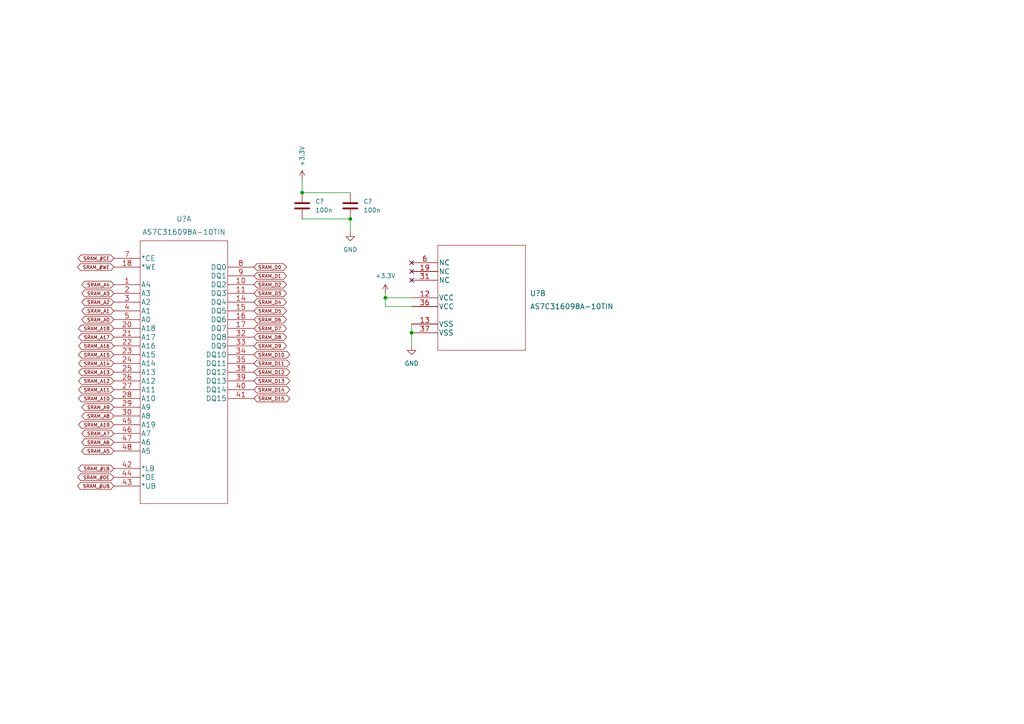
<source format=kicad_sch>
(kicad_sch (version 20211123) (generator eeschema)
  (paper "A4")
  (lib_symbols
    (symbol "Device:C" (pin_numbers hide) (pin_names (offset 0.254))
      (property "Reference" "C" (at 0.635 2.54 0))
      (property "Value" "C" (at 0.635 -2.54 0))
      (symbol "C_0_1"
        (polyline (pts (xy -2.032 -0.762) (xy 2.032 -0.762)) (stroke (width 0.508)))
        (polyline (pts (xy -2.032 0.762) (xy 2.032 0.762)) (stroke (width 0.508)))
      )
      (symbol "C_1_1"
        (pin passive line (at 0 3.81 270) (length 2.794) (name "~") (number "1"))
        (pin passive line (at 0 -3.81 90) (length 2.794) (name "~") (number "2"))
      )
    )
    (symbol "power:+3.3V" (power) (pin_names (offset 0))
      (property "Value" "+3.3V" (at 0 3.556 0))
      (symbol "+3.3V_0_1"
        (polyline (pts (xy -0.762 1.27) (xy 0 2.54)))
        (polyline (pts (xy 0 0) (xy 0 2.54)))
        (polyline (pts (xy 0 2.54) (xy 0.762 1.27)))
      )
      (symbol "+3.3V_1_1"
        (pin power_in line (at 0 0 90) (length 0) hide (name "+3.3V") (number "1"))
      )
    )
    (symbol "power:GND" (power) (pin_names (offset 0))
      (property "Value" "GND" (at 0 -3.81 0))
      (symbol "GND_0_1"
        (polyline (pts (xy 0 0) (xy 0 -1.27) (xy 1.27 -1.27) (xy 0 -2.54) (xy -1.27 -1.27) (xy 0 -1.27)))
      )
      (symbol "GND_1_1"
        (pin power_in line (at 0 0 270) (length 0) hide (name "GND") (number "1"))
      )
    )
    (symbol "sram:AS7C316098A-10TIN" (pin_names (offset 0.254))
      (property "Reference" "U" (at 20.32 10.16 0))
      (property "Value" "AS7C316098A-10TIN" (at 20.32 7.62 0))
      (symbol "AS7C316098A-10TIN_1_1"
        (polyline (pts (xy 7.62 -71.12) (xy 33.02 -71.12)) (stroke (width 0.127)))
        (polyline (pts (xy 7.62 5.08) (xy 7.62 -71.12)) (stroke (width 0.127)))
        (polyline (pts (xy 33.02 -71.12) (xy 33.02 5.08)) (stroke (width 0.127)))
        (polyline (pts (xy 33.02 5.08) (xy 7.62 5.08)) (stroke (width 0.127)))
        (pin input line (at 0 -7.62 0) (length 7.62) (name "A4") (number "1"))
        (pin bidirectional line (at 40.64 -7.62 180) (length 7.62) (name "DQ2") (number "10"))
        (pin bidirectional line (at 40.64 -10.16 180) (length 7.62) (name "DQ3") (number "11"))
        (pin bidirectional line (at 40.64 -12.7 180) (length 7.62) (name "DQ4") (number "14"))
        (pin bidirectional line (at 40.64 -15.24 180) (length 7.62) (name "DQ5") (number "15"))
        (pin bidirectional line (at 40.64 -17.78 180) (length 7.62) (name "DQ6") (number "16"))
        (pin bidirectional line (at 40.64 -20.32 180) (length 7.62) (name "DQ7") (number "17"))
        (pin input line (at 0 -2.54 0) (length 7.62) (name "*WE") (number "18"))
        (pin input line (at 0 -10.16 0) (length 7.62) (name "A3") (number "2"))
        (pin input line (at 0 -20.32 0) (length 7.62) (name "A18") (number "20"))
        (pin input line (at 0 -22.86 0) (length 7.62) (name "A17") (number "21"))
        (pin input line (at 0 -25.4 0) (length 7.62) (name "A16") (number "22"))
        (pin input line (at 0 -27.94 0) (length 7.62) (name "A15") (number "23"))
        (pin input line (at 0 -30.48 0) (length 7.62) (name "A14") (number "24"))
        (pin input line (at 0 -33.02 0) (length 7.62) (name "A13") (number "25"))
        (pin input line (at 0 -35.56 0) (length 7.62) (name "A12") (number "26"))
        (pin input line (at 0 -38.1 0) (length 7.62) (name "A11") (number "27"))
        (pin input line (at 0 -40.64 0) (length 7.62) (name "A10") (number "28"))
        (pin input line (at 0 -43.18 0) (length 7.62) (name "A9") (number "29"))
        (pin input line (at 0 -12.7 0) (length 7.62) (name "A2") (number "3"))
        (pin input line (at 0 -45.72 0) (length 7.62) (name "A8") (number "30"))
        (pin bidirectional line (at 40.64 -22.86 180) (length 7.62) (name "DQ8") (number "32"))
        (pin bidirectional line (at 40.64 -25.4 180) (length 7.62) (name "DQ9") (number "33"))
        (pin bidirectional line (at 40.64 -27.94 180) (length 7.62) (name "DQ10") (number "34"))
        (pin bidirectional line (at 40.64 -30.48 180) (length 7.62) (name "DQ11") (number "35"))
        (pin bidirectional line (at 40.64 -33.02 180) (length 7.62) (name "DQ12") (number "38"))
        (pin bidirectional line (at 40.64 -35.56 180) (length 7.62) (name "DQ13") (number "39"))
        (pin input line (at 0 -15.24 0) (length 7.62) (name "A1") (number "4"))
        (pin bidirectional line (at 40.64 -38.1 180) (length 7.62) (name "DQ14") (number "40"))
        (pin bidirectional line (at 40.64 -40.64 180) (length 7.62) (name "DQ15") (number "41"))
        (pin unspecified line (at 0 -60.96 0) (length 7.62) (name "*LB") (number "42"))
        (pin unspecified line (at 0 -66.04 0) (length 7.62) (name "*UB") (number "43"))
        (pin bidirectional line (at 0 -63.5 0) (length 7.62) (name "*OE") (number "44"))
        (pin input line (at 0 -48.26 0) (length 7.62) (name "A19") (number "45"))
        (pin input line (at 0 -50.8 0) (length 7.62) (name "A7") (number "46"))
        (pin input line (at 0 -53.34 0) (length 7.62) (name "A6") (number "47"))
        (pin input line (at 0 -55.88 0) (length 7.62) (name "A5") (number "48"))
        (pin input line (at 0 -17.78 0) (length 7.62) (name "A0") (number "5"))
        (pin input line (at 0 0 0) (length 7.62) (name "*CE") (number "7"))
        (pin bidirectional line (at 40.64 -2.54 180) (length 7.62) (name "DQ0") (number "8"))
        (pin bidirectional line (at 40.64 -5.08 180) (length 7.62) (name "DQ1") (number "9"))
      )
      (symbol "AS7C316098A-10TIN_2_1"
        (polyline (pts (xy 7.62 -25.4) (xy 33.02 -25.4)) (stroke (width 0.127)))
        (polyline (pts (xy 7.62 5.08) (xy 7.62 -25.4)) (stroke (width 0.127)))
        (polyline (pts (xy 33.02 -25.4) (xy 33.02 5.08)) (stroke (width 0.127)))
        (polyline (pts (xy 33.02 5.08) (xy 7.62 5.08)) (stroke (width 0.127)))
        (pin power_in line (at 0 -10.16 0) (length 7.62) (name "VCC") (number "12"))
        (pin power_in line (at 0 -17.78 0) (length 7.62) (name "VSS") (number "13"))
        (pin no_connect line (at 0 -2.54 0) (length 7.62) (name "NC") (number "19"))
        (pin no_connect line (at 0 -5.08 0) (length 7.62) (name "NC") (number "31"))
        (pin power_in line (at 0 -12.7 0) (length 7.62) (name "VCC") (number "36"))
        (pin power_in line (at 0 -20.32 0) (length 7.62) (name "VSS") (number "37"))
        (pin no_connect line (at 0 0 0) (length 7.62) (name "NC") (number "6"))
      )
    )
  )
  (junction (at 111.76 86.36))
  (junction (at 101.6 63.5))
  (junction (at 87.63 55.88))
  (junction (at 119.38 96.52))
  (no_connect (at 119.38 76.2))
  (no_connect (at 119.38 78.74))
  (no_connect (at 119.38 81.28))
  (wire (pts (xy 87.63 52.07) (xy 87.63 55.88)))
  (wire (pts (xy 111.76 86.36) (xy 111.76 85.09)))
  (wire (pts (xy 119.38 88.9) (xy 111.76 88.9)))
  (wire (pts (xy 87.63 55.88) (xy 101.6 55.88)))
  (wire (pts (xy 119.38 96.52) (xy 119.38 100.33)))
  (wire (pts (xy 111.76 88.9) (xy 111.76 86.36)))
  (wire (pts (xy 87.63 63.5) (xy 101.6 63.5)))
  (wire (pts (xy 101.6 63.5) (xy 101.6 67.31)))
  (wire (pts (xy 119.38 86.36) (xy 111.76 86.36)))
  (wire (pts (xy 119.38 93.98) (xy 119.38 96.52)))
  (global_label "SRAM_D5" (shape bidirectional) (at 73.66 90.17 0) (effects (font (size 1 1))) (property "Intersheet References" "${INTERSHEET_REFS}" (effects hide)))
  (global_label "SRAM_A14" (shape bidirectional) (at 33.02 105.41 180) (effects (font (size 1 1))) (property "Intersheet References" "${INTERSHEET_REFS}" (effects hide)))
  (global_label "SRAM_D12" (shape bidirectional) (at 73.66 107.95 0) (effects (font (size 1 1))) (property "Intersheet References" "${INTERSHEET_REFS}" (effects hide)))
  (global_label "SRAM_A11" (shape bidirectional) (at 33.02 113.03 180) (effects (font (size 1 1))) (property "Intersheet References" "${INTERSHEET_REFS}" (effects hide)))
  (global_label "SRAM_D13" (shape bidirectional) (at 73.66 110.49 0) (effects (font (size 1 1))) (property "Intersheet References" "${INTERSHEET_REFS}" (effects hide)))
  (global_label "SRAM_A3" (shape bidirectional) (at 33.02 85.09 180) (effects (font (size 1 1))) (property "Intersheet References" "${INTERSHEET_REFS}" (effects hide)))
  (global_label "SRAM_#UB" (shape bidirectional) (at 33.02 140.97 180) (effects (font (size 1 1))) (property "Intersheet References" "${INTERSHEET_REFS}" (effects hide)))
  (global_label "SRAM_D8" (shape bidirectional) (at 73.66 97.79 0) (effects (font (size 1 1))) (property "Intersheet References" "${INTERSHEET_REFS}" (effects hide)))
  (global_label "SRAM_D4" (shape bidirectional) (at 73.66 87.63 0) (effects (font (size 1 1))) (property "Intersheet References" "${INTERSHEET_REFS}" (effects hide)))
  (global_label "SRAM_D14" (shape bidirectional) (at 73.66 113.03 0) (effects (font (size 1 1))) (property "Intersheet References" "${INTERSHEET_REFS}" (effects hide)))
  (global_label "SRAM_A4" (shape bidirectional) (at 33.02 82.55 180) (effects (font (size 1 1))) (property "Intersheet References" "${INTERSHEET_REFS}" (effects hide)))
  (global_label "SRAM_A15" (shape bidirectional) (at 33.02 102.87 180) (effects (font (size 1 1))) (property "Intersheet References" "${INTERSHEET_REFS}" (effects hide)))
  (global_label "SRAM_D6" (shape bidirectional) (at 73.66 92.71 0) (effects (font (size 1 1))) (property "Intersheet References" "${INTERSHEET_REFS}" (effects hide)))
  (global_label "SRAM_A7" (shape bidirectional) (at 33.02 125.73 180) (effects (font (size 1 1))) (property "Intersheet References" "${INTERSHEET_REFS}" (effects hide)))
  (global_label "SRAM_D1" (shape bidirectional) (at 73.66 80.01 0) (effects (font (size 1 1))) (property "Intersheet References" "${INTERSHEET_REFS}" (effects hide)))
  (global_label "SRAM_A16" (shape bidirectional) (at 33.02 100.33 180) (effects (font (size 1 1))) (property "Intersheet References" "${INTERSHEET_REFS}" (effects hide)))
  (global_label "SRAM_D3" (shape bidirectional) (at 73.66 85.09 0) (effects (font (size 1 1))) (property "Intersheet References" "${INTERSHEET_REFS}" (effects hide)))
  (global_label "SRAM_D0" (shape bidirectional) (at 73.66 77.47 0) (effects (font (size 1 1))) (property "Intersheet References" "${INTERSHEET_REFS}" (effects hide)))
  (global_label "SRAM_A17" (shape bidirectional) (at 33.02 97.79 180) (effects (font (size 1 1))) (property "Intersheet References" "${INTERSHEET_REFS}" (effects hide)))
  (global_label "SRAM_D10" (shape bidirectional) (at 73.66 102.87 0) (effects (font (size 1 1))) (property "Intersheet References" "${INTERSHEET_REFS}" (effects hide)))
  (global_label "SRAM_A5" (shape bidirectional) (at 33.02 130.81 180) (effects (font (size 1 1))) (property "Intersheet References" "${INTERSHEET_REFS}" (effects hide)))
  (global_label "SRAM_A13" (shape bidirectional) (at 33.02 107.95 180) (effects (font (size 1 1))) (property "Intersheet References" "${INTERSHEET_REFS}" (effects hide)))
  (global_label "SRAM_A2" (shape bidirectional) (at 33.02 87.63 180) (effects (font (size 1 1))) (property "Intersheet References" "${INTERSHEET_REFS}" (effects hide)))
  (global_label "SRAM_A19" (shape bidirectional) (at 33.02 123.19 180) (effects (font (size 1 1))) (property "Intersheet References" "${INTERSHEET_REFS}" (effects hide)))
  (global_label "SRAM_#OE" (shape bidirectional) (at 33.02 138.43 180) (effects (font (size 1 1))) (property "Intersheet References" "${INTERSHEET_REFS}" (effects hide)))
  (global_label "SRAM_D11" (shape bidirectional) (at 73.66 105.41 0) (effects (font (size 1 1))) (property "Intersheet References" "${INTERSHEET_REFS}" (effects hide)))
  (global_label "SRAM_#WE" (shape bidirectional) (at 33.02 77.47 180) (effects (font (size 1 1))) (property "Intersheet References" "${INTERSHEET_REFS}" (effects hide)))
  (global_label "SRAM_A8" (shape bidirectional) (at 33.02 120.65 180) (effects (font (size 1 1))) (property "Intersheet References" "${INTERSHEET_REFS}" (effects hide)))
  (global_label "SRAM_#LB" (shape bidirectional) (at 33.02 135.89 180) (effects (font (size 1 1))) (property "Intersheet References" "${INTERSHEET_REFS}" (effects hide)))
  (global_label "SRAM_A10" (shape bidirectional) (at 33.02 115.57 180) (effects (font (size 1 1))) (property "Intersheet References" "${INTERSHEET_REFS}" (effects hide)))
  (global_label "SRAM_A18" (shape bidirectional) (at 33.02 95.25 180) (effects (font (size 1 1))) (property "Intersheet References" "${INTERSHEET_REFS}" (effects hide)))
  (global_label "SRAM_A12" (shape bidirectional) (at 33.02 110.49 180) (effects (font (size 1 1))) (property "Intersheet References" "${INTERSHEET_REFS}" (effects hide)))
  (global_label "SRAM_D15" (shape bidirectional) (at 73.66 115.57 0) (effects (font (size 1 1))) (property "Intersheet References" "${INTERSHEET_REFS}" (effects hide)))
  (global_label "SRAM_#CE" (shape bidirectional) (at 33.02 74.93 180) (effects (font (size 1 1))) (property "Intersheet References" "${INTERSHEET_REFS}" (effects hide)))
  (global_label "SRAM_A0" (shape bidirectional) (at 33.02 92.71 180) (effects (font (size 1 1))) (property "Intersheet References" "${INTERSHEET_REFS}" (effects hide)))
  (global_label "SRAM_A1" (shape bidirectional) (at 33.02 90.17 180) (effects (font (size 1 1))) (property "Intersheet References" "${INTERSHEET_REFS}" (effects hide)))
  (global_label "SRAM_D9" (shape bidirectional) (at 73.66 100.33 0) (effects (font (size 1 1))) (property "Intersheet References" "${INTERSHEET_REFS}" (effects hide)))
  (global_label "SRAM_D7" (shape bidirectional) (at 73.66 95.25 0) (effects (font (size 1 1))) (property "Intersheet References" "${INTERSHEET_REFS}" (effects hide)))
  (global_label "SRAM_A9" (shape bidirectional) (at 33.02 118.11 180) (effects (font (size 1 1))) (property "Intersheet References" "${INTERSHEET_REFS}" (effects hide)))
  (global_label "SRAM_D2" (shape bidirectional) (at 73.66 82.55 0) (effects (font (size 1 1))) (property "Intersheet References" "${INTERSHEET_REFS}" (effects hide)))
  (global_label "SRAM_A6" (shape bidirectional) (at 33.02 128.27 180) (effects (font (size 1 1))) (property "Intersheet References" "${INTERSHEET_REFS}" (effects hide)))
  (symbol (lib_id "power:+3.3V") (at 111.76 85.09 0) (unit 1)
    (property "Reference" "#PWR?" (effects hide))
    (property "Value" "+3.3V" (at 111.76 80.01 0))
  )
  (symbol (lib_id "Device:C") (at 101.6 59.69 180) (unit 1)
    (property "Reference" "C?" (at 105.41 58.4199 0) (effects (justify right)))
    (property "Value" "100n" (at 105.41 60.9599 0) (effects (justify right)))
  )
  (symbol (lib_id "Device:C") (at 87.63 59.69 180) (unit 1)
    (property "Reference" "C?" (at 91.44 58.4199 0) (effects (justify right)))
    (property "Value" "100n" (at 91.44 60.9599 0) (effects (justify right)))
  )
  (symbol (lib_id "sram:AS7C316098A-10TIN") (at 119.38 76.2 0) (unit 2)
    (property "Reference" "U?" (at 153.67 85.09 0) (effects (font (size 1.524 1.524)) (justify left)))
    (property "Value" "AS7C316098A-10TIN" (at 153.67 88.9 0) (effects (font (size 1.524 1.524)) (justify left)))
    (property "Footprint" "sram:AS7C316098A-10TIN" (effects hide))
  )
  (symbol (lib_id "power:+3.3V") (at 87.63 52.07 0) (unit 1)
    (property "Reference" "#PWR?" (effects hide))
    (property "Value" "+3.3V" (at 87.63 48.26 90) (effects (justify left)))
  )
  (symbol (lib_id "power:GND") (at 101.6 67.31 0) (unit 1)
    (property "Reference" "#PWR?" (effects hide))
    (property "Value" "GND" (at 101.6 72.39 0))
  )
  (symbol (lib_id "power:GND") (at 119.38 100.33 0) (unit 1)
    (property "Reference" "#PWR?" (effects hide))
    (property "Value" "GND" (at 119.38 105.41 0))
  )
  (symbol (lib_id "sram:AS7C316098A-10TIN") (at 33.02 74.93 0) (unit 1)
    (property "Reference" "U?" (at 53.34 63.5 0) (effects (font (size 1.524 1.524))))
    (property "Value" "AS7C316098A-10TIN" (at 53.34 67.31 0) (effects (font (size 1.524 1.524))))
    (property "Footprint" "sram:AS7C316098A-10TIN" (effects hide))
  )
)
</source>
